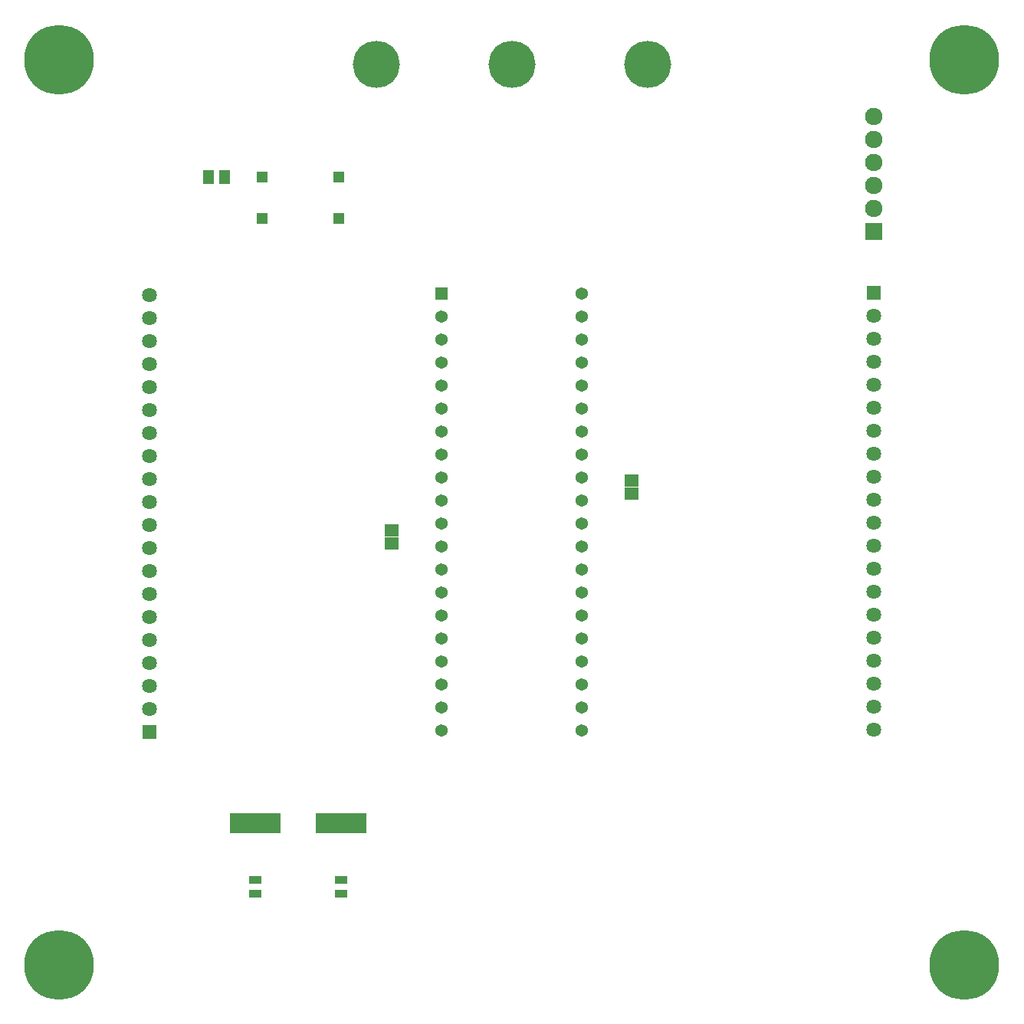
<source format=gts>
G04*
G04 #@! TF.GenerationSoftware,Altium Limited,Altium Designer,24.1.2 (44)*
G04*
G04 Layer_Color=8388736*
%FSLAX44Y44*%
%MOMM*%
G71*
G04*
G04 #@! TF.SameCoordinates,A8F9B381-EDA8-4368-A6AD-9EAFAD04DD4A*
G04*
G04*
G04 #@! TF.FilePolarity,Negative*
G04*
G01*
G75*
%ADD18R,1.3500X0.9500*%
%ADD21C,5.2032*%
%ADD22R,1.5532X1.3532*%
%ADD23R,5.7032X2.2032*%
%ADD24R,1.2032X1.5532*%
%ADD25R,1.2032X1.2032*%
%ADD26R,1.9282X1.9282*%
%ADD27C,1.9282*%
%ADD28R,1.6282X1.6282*%
%ADD29C,1.6282*%
%ADD30R,1.3632X1.3632*%
%ADD31C,1.3632*%
%ADD32C,7.7032*%
D18*
X311660Y78860D02*
D03*
Y93860D02*
D03*
X216660Y78860D02*
D03*
Y93860D02*
D03*
D21*
X650000Y994250D02*
D03*
X500000D02*
D03*
X350000D02*
D03*
D22*
X367500Y479750D02*
D03*
Y465250D02*
D03*
X632500Y534750D02*
D03*
Y520250D02*
D03*
D23*
X311660Y156210D02*
D03*
X216660D02*
D03*
D24*
X183000Y869750D02*
D03*
X165000D02*
D03*
D25*
X309000Y824750D02*
D03*
X224000D02*
D03*
X309000Y869750D02*
D03*
X224000D02*
D03*
D26*
X900000Y810260D02*
D03*
D27*
Y835660D02*
D03*
Y861060D02*
D03*
Y886460D02*
D03*
Y911860D02*
D03*
Y937260D02*
D03*
D28*
Y742550D02*
D03*
X100000Y257450D02*
D03*
D29*
X900000Y717150D02*
D03*
Y691750D02*
D03*
Y666350D02*
D03*
Y640950D02*
D03*
Y615550D02*
D03*
Y590150D02*
D03*
Y564750D02*
D03*
Y539350D02*
D03*
Y513950D02*
D03*
Y488550D02*
D03*
Y463150D02*
D03*
Y437750D02*
D03*
Y412350D02*
D03*
Y386950D02*
D03*
Y361550D02*
D03*
Y336150D02*
D03*
Y310750D02*
D03*
Y285350D02*
D03*
Y259950D02*
D03*
X100000Y282850D02*
D03*
Y308250D02*
D03*
Y333650D02*
D03*
Y359050D02*
D03*
Y384450D02*
D03*
Y409850D02*
D03*
Y435250D02*
D03*
Y460650D02*
D03*
Y486050D02*
D03*
Y511450D02*
D03*
Y536850D02*
D03*
Y562250D02*
D03*
Y587650D02*
D03*
Y613050D02*
D03*
Y638450D02*
D03*
Y663850D02*
D03*
Y689250D02*
D03*
Y714650D02*
D03*
Y740050D02*
D03*
D30*
X422520Y741300D02*
D03*
D31*
Y715900D02*
D03*
Y690500D02*
D03*
Y665100D02*
D03*
Y639700D02*
D03*
Y614300D02*
D03*
Y588900D02*
D03*
Y563500D02*
D03*
Y538100D02*
D03*
Y512700D02*
D03*
Y487300D02*
D03*
Y461900D02*
D03*
Y436500D02*
D03*
Y411100D02*
D03*
Y385700D02*
D03*
Y360300D02*
D03*
Y334900D02*
D03*
Y309500D02*
D03*
Y284100D02*
D03*
Y258700D02*
D03*
X577480D02*
D03*
Y284100D02*
D03*
Y309500D02*
D03*
Y334900D02*
D03*
Y360300D02*
D03*
Y385700D02*
D03*
Y411100D02*
D03*
Y436500D02*
D03*
Y461900D02*
D03*
Y487300D02*
D03*
Y512700D02*
D03*
Y538100D02*
D03*
Y563500D02*
D03*
Y588900D02*
D03*
Y614300D02*
D03*
Y639700D02*
D03*
Y665100D02*
D03*
Y690500D02*
D03*
Y715900D02*
D03*
Y741300D02*
D03*
D32*
X1000000Y0D02*
D03*
X-0D02*
D03*
X1000000Y1000000D02*
D03*
X0Y1000000D02*
D03*
M02*

</source>
